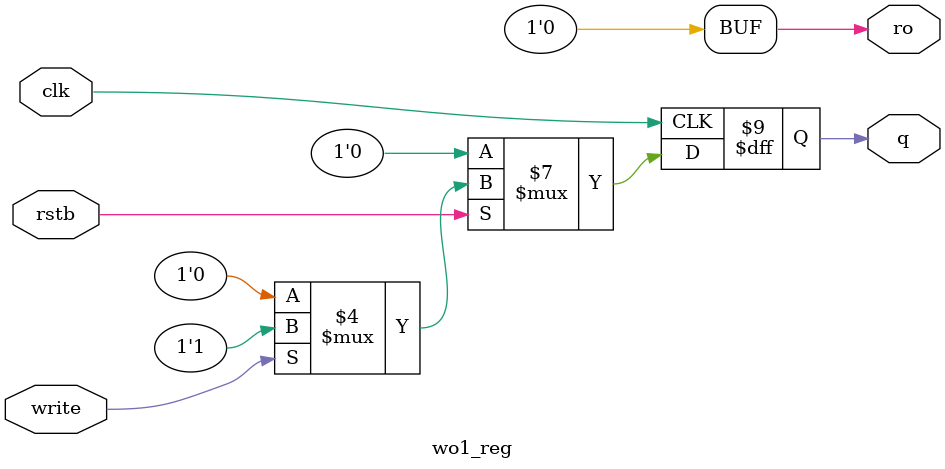
<source format=v>
`default_nettype none

module wo1_reg (
    input   wire        clk,
    input   wire        rstb,
    input   wire        write,
    output  wire        ro,
    output  reg         q
);

    always @(posedge clk)
    begin
        if (!rstb)
            q <= 1'b0;
        else if (write)
            q <= 1'b1;
        else
            q <= 1'b0;
    end

    assign ro = 1'b0;

endmodule
</source>
